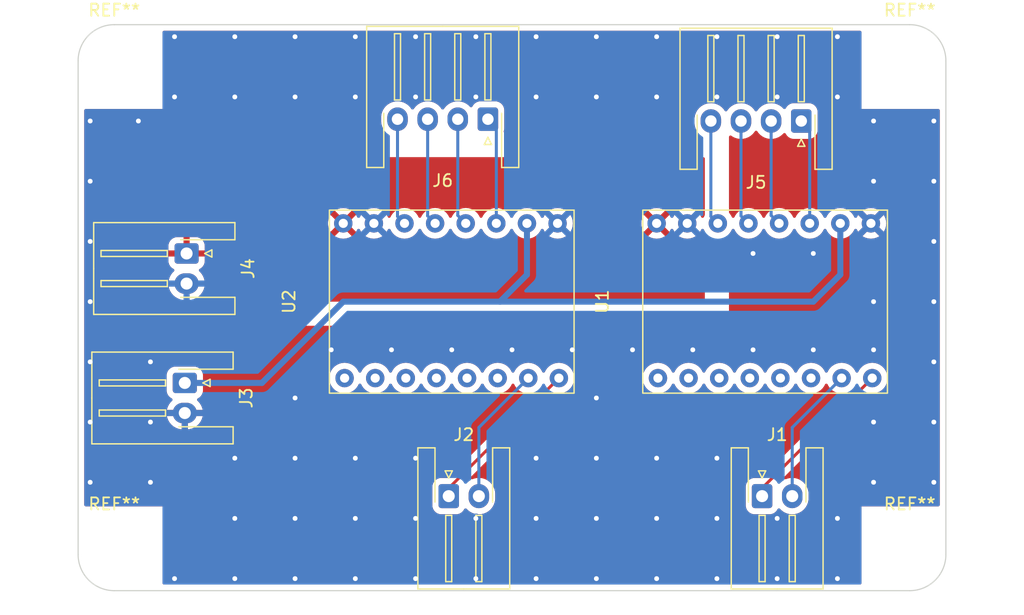
<source format=kicad_pcb>
(kicad_pcb (version 20211014) (generator pcbnew)
  (layers (0 "F.Cu" signal) (31 "B.Cu" signal) (34 "B.Paste" user) (35 "F.Paste" user) (36 "B.SilkS" user "B.Silkscreen") (37 "F.SilkS" user "F.Silkscreen") (38 "B.Mask" user) (39 "F.Mask" user) (44 "Edge.Cuts" user))
  (net 0 "")
  (net 1 "Net-(J1-Pad1)")
  (net 2 "Net-(J1-Pad2)")
  (net 3 "Net-(J2-Pad1)")
  (net 4 "Net-(J2-Pad2)")
  (net 5 "+5V")
  (net 6 "GND")
  (net 7 "+7.5V")
  (net 8 "Net-(J5-Pad1)")
  (net 9 "Net-(J5-Pad2)")
  (net 10 "Net-(J5-Pad3)")
  (net 11 "Net-(J5-Pad4)")
  (net 12 "Net-(J6-Pad1)")
  (net 13 "Net-(J6-Pad2)")
  (net 14 "Net-(J6-Pad3)")
  (net 15 "Net-(J6-Pad4)")
  (footprint "MountingHole:MountingHole_3.2mm_M3" (layer "F.Cu") (at 66 102)
    (fp_text reference "REF**" (at 0 -4.2) (layer "F.SilkS"))
    (fp_text value "MountingHole_3.2mm_M3")
    (pad "" np_thru_hole circle (at 0 0) (size 3.2 3.2) (drill 3.2) (layers *.Cu *.Mask))
  )
  (footprint "MountingHole:MountingHole_3.2mm_M3" (layer "F.Cu") (at 132 102)
    (fp_text reference "REF**" (at 0 -4.2) (layer "F.SilkS"))
    (fp_text value "MountingHole_3.2mm_M3")
    (pad "" np_thru_hole circle (at 0 0) (size 3.2 3.2) (drill 3.2) (layers *.Cu *.Mask))
  )
  (footprint "CatchRobo2023_OtherSubstrate:STSPIN220" (layer "F.Cu") (at 94 122 90)
    (fp_text reference "U2" (at 0 -13.5 90 unlocked) (layer "F.SilkS"))
    (fp_text value "STSPIN220")
    (fp_rect (start 7.6 10.15) (end -7.6 -10.15) (layer "F.SilkS") (width 0.12) (fill none))
    (pad "1" thru_hole circle (at -6.35 -8.89 90) (size 1.524 1.524) (drill 0.762) (layers *.Cu *.Mask))
    (pad "2" thru_hole circle (at -6.35 -6.35 90) (size 1.524 1.524) (drill 0.762) (layers *.Cu *.Mask))
    (pad "3" thru_hole circle (at -6.35 -3.81 90) (size 1.524 1.524) (drill 0.762) (layers *.Cu *.Mask))
    (pad "4" thru_hole circle (at -6.35 -1.27 90) (size 1.524 1.524) (drill 0.762) (layers *.Cu *.Mask))
    (pad "5" thru_hole circle (at -6.35 1.27 90) (size 1.524 1.524) (drill 0.762) (layers *.Cu *.Mask))
    (pad "6" thru_hole circle (at -6.35 3.81 90) (size 1.524 1.524) (drill 0.762) (layers *.Cu *.Mask))
    (pad "7" thru_hole circle (at -6.35 6.35 90) (size 1.524 1.524) (drill 0.762) (layers *.Cu *.Mask) (net 4 "Net-(J2-Pad2)"))
    (pad "8" thru_hole circle (at -6.35 8.89 90) (size 1.524 1.524) (drill 0.762) (layers *.Cu *.Mask) (net 3 "Net-(J2-Pad1)"))
    (pad "9" thru_hole circle (at 6.5 8.78 90) (size 1.524 1.524) (drill 0.762) (layers *.Cu *.Mask) (net 6 "GND"))
    (pad "10" thru_hole circle (at 6.5 6.24 90) (size 1.524 1.524) (drill 0.762) (layers *.Cu *.Mask) (net 5 "+5V"))
    (pad "11" thru_hole circle (at 6.5 3.7 90) (size 1.524 1.524) (drill 0.762) (layers *.Cu *.Mask) (net 12 "Net-(J6-Pad1)"))
    (pad "12" thru_hole circle (at 6.5 1.16 90) (size 1.524 1.524) (drill 0.762) (layers *.Cu *.Mask) (net 13 "Net-(J6-Pad2)"))
    (pad "13" thru_hole circle (at 6.5 -1.38 90) (size 1.524 1.524) (drill 0.762) (layers *.Cu *.Mask) (net 14 "Net-(J6-Pad3)"))
    (pad "14" thru_hole circle (at 6.5 -3.92 90) (size 1.524 1.524) (drill 0.762) (layers *.Cu *.Mask) (net 15 "Net-(J6-Pad4)"))
    (pad "15" thru_hole circle (at 6.5 -6.46 90) (size 1.524 1.524) (drill 0.762) (layers *.Cu *.Mask) (net 6 "GND"))
    (pad "16" thru_hole circle (at 6.5 -9 90) (size 1.524 1.524) (drill 0.762) (layers *.Cu *.Mask) (net 7 "+7.5V"))
  )
  (footprint "Connector_JST:JST_XH_S4B-XH-A-1_1x04_P2.50mm_Horizontal" (layer "F.Cu") (at 123 107 180)
    (fp_text reference "J5" (at 3.75 -5.1) (layer "F.SilkS"))
    (fp_text value "Conn_01x04_Male")
    (fp_line (start 0.25 7.1) (end 0.25 1.6) (layer "F.SilkS") (width 0.12))
    (fp_line (start 3.75 7.71) (end 10.06 7.71) (layer "F.SilkS") (width 0.12))
    (fp_line (start 8.64 -4.01) (end 8.64 0.49) (layer "F.SilkS") (width 0.12))
    (fp_line (start 10.06 -4.01) (end 8.64 -4.01) (layer "F.SilkS") (width 0.12))
    (fp_line (start 2.75 7.1) (end 2.75 1.6) (layer "F.SilkS") (width 0.12))
    (fp_line (start 4.75 7.1) (end 5.25 7.1) (layer "F.SilkS") (width 0.12))
    (fp_line (start 2.25 1.6) (end 2.25 7.1) (layer "F.SilkS") (width 0.12))
    (fp_line (start 5.25 1.6) (end 4.75 1.6) (layer "F.SilkS") (width 0.12))
    (fp_line (start 2.75 1.6) (end 2.25 1.6) (layer "F.SilkS") (width 0.12))
    (fp_line (start -0.25 7.1) (end 0.25 7.1) (layer "F.SilkS") (width 0.12))
    (fp_line (start 0 -1.5) (end -0.3 -2.1) (layer "F.SilkS") (width 0.12))
    (fp_line (start 0.3 -2.1) (end 0 -1.5) (layer "F.SilkS") (width 0.12))
    (fp_line (start 7.25 1.6) (end 7.25 7.1) (layer "F.SilkS") (width 0.12))
    (fp_line (start -2.56 7.71) (end -2.56 -4.01) (layer "F.SilkS") (width 0.12))
    (fp_line (start -1.14 -4.01) (end -1.14 0.49) (layer "F.SilkS") (width 0.12))
    (fp_line (start 4.75 1.6) (end 4.75 7.1) (layer "F.SilkS") (width 0.12))
    (fp_line (start 2.25 7.1) (end 2.75 7.1) (layer "F.SilkS") (width 0.12))
    (fp_line (start 10.06 7.71) (end 10.06 -4.01) (layer "F.SilkS") (width 0.12))
    (fp_line (start 7.25 7.1) (end 7.75 7.1) (layer "F.SilkS") (width 0.12))
    (fp_line (start -0.25 1.6) (end -0.25 7.1) (layer "F.SilkS") (width 0.12))
    (fp_line (start 7.75 7.1) (end 7.75 1.6) (layer "F.SilkS") (width 0.12))
    (fp_line (start 0.25 1.6) (end -0.25 1.6) (layer "F.SilkS") (width 0.12))
    (fp_line (start -2.56 -4.01) (end -1.14 -4.01) (layer "F.SilkS") (width 0.12))
    (fp_line (start -0.3 -2.1) (end 0.3 -2.1) (layer "F.SilkS") (width 0.12))
    (fp_line (start 7.75 1.6) (end 7.25 1.6) (layer "F.SilkS") (width 0.12))
    (fp_line (start 3.75 7.71) (end -2.56 7.71) (layer "F.SilkS") (width 0.12))
    (fp_line (start 5.25 7.1) (end 5.25 1.6) (layer "F.SilkS") (width 0.12))
    (pad "1" thru_hole roundrect (at 0 0 180) (size 1.7 1.95) (drill 0.95) (layers *.Cu *.Mask) (roundrect_rratio 0.1470588235) (net 8 "Net-(J5-Pad1)"))
    (pad "2" thru_hole oval (at 2.5 0 180) (size 1.7 1.95) (drill 0.95) (layers *.Cu *.Mask) (net 9 "Net-(J5-Pad2)"))
    (pad "3" thru_hole oval (at 5 0 180) (size 1.7 1.95) (drill 0.95) (layers *.Cu *.Mask) (net 10 "Net-(J5-Pad3)"))
    (pad "4" thru_hole oval (at 7.5 0 180) (size 1.7 1.95) (drill 0.95) (layers *.Cu *.Mask) (net 11 "Net-(J5-Pad4)"))
  )
  (footprint "MountingHole:MountingHole_3.2mm_M3" (layer "F.Cu") (at 132 143)
    (fp_text reference "REF**" (at 0 -4.2) (layer "F.SilkS"))
    (fp_text value "MountingHole_3.2mm_M3")
    (pad "" np_thru_hole circle (at 0 0) (size 3.2 3.2) (drill 3.2) (layers *.Cu *.Mask))
  )
  (footprint "Connector_JST:JST_XH_S4B-XH-A-1_1x04_P2.50mm_Horizontal" (layer "F.Cu") (at 97 106.85 180)
    (fp_text reference "J6" (at 3.75 -5.1) (layer "F.SilkS"))
    (fp_text value "Conn_01x04_Male")
    (fp_line (start 5.25 7.1) (end 5.25 1.6) (layer "F.SilkS") (width 0.12))
    (fp_line (start 7.75 1.6) (end 7.25 1.6) (layer "F.SilkS") (width 0.12))
    (fp_line (start -1.14 -4.01) (end -1.14 0.49) (layer "F.SilkS") (width 0.12))
    (fp_line (start -2.56 7.71) (end -2.56 -4.01) (layer "F.SilkS") (width 0.12))
    (fp_line (start -0.25 1.6) (end -0.25 7.1) (layer "F.SilkS") (width 0.12))
    (fp_line (start 7.25 7.1) (end 7.75 7.1) (layer "F.SilkS") (width 0.12))
    (fp_line (start 10.06 7.71) (end 10.06 -4.01) (layer "F.SilkS") (width 0.12))
    (fp_line (start 4.75 1.6) (end 4.75 7.1) (layer "F.SilkS") (width 0.12))
    (fp_line (start -2.56 -4.01) (end -1.14 -4.01) (layer "F.SilkS") (width 0.12))
    (fp_line (start 2.25 7.1) (end 2.75 7.1) (layer "F.SilkS") (width 0.12))
    (fp_line (start 5.25 1.6) (end 4.75 1.6) (layer "F.SilkS") (width 0.12))
    (fp_line (start 0.25 1.6) (end -0.25 1.6) (layer "F.SilkS") (width 0.12))
    (fp_line (start 8.64 -4.01) (end 8.64 0.49) (layer "F.SilkS") (width 0.12))
    (fp_line (start 10.06 -4.01) (end 8.64 -4.01) (layer "F.SilkS") (width 0.12))
    (fp_line (start 0 -1.5) (end -0.3 -2.1) (layer "F.SilkS") (width 0.12))
    (fp_line (start 3.75 7.71) (end 10.06 7.71) (layer "F.SilkS") (width 0.12))
    (fp_line (start 4.75 7.1) (end 5.25 7.1) (layer "F.SilkS") (width 0.12))
    (fp_line (start 2.75 7.1) (end 2.75 1.6) (layer "F.SilkS") (width 0.12))
    (fp_line (start 0.25 7.1) (end 0.25 1.6) (layer "F.SilkS") (width 0.12))
    (fp_line (start -0.3 -2.1) (end 0.3 -2.1) (layer "F.SilkS") (width 0.12))
    (fp_line (start 2.75 1.6) (end 2.25 1.6) (layer "F.SilkS") (width 0.12))
    (fp_line (start -0.25 7.1) (end 0.25 7.1) (layer "F.SilkS") (width 0.12))
    (fp_line (start 7.75 7.1) (end 7.75 1.6) (layer "F.SilkS") (width 0.12))
    (fp_line (start 3.75 7.71) (end -2.56 7.71) (layer "F.SilkS") (width 0.12))
    (fp_line (start 2.25 1.6) (end 2.25 7.1) (layer "F.SilkS") (width 0.12))
    (fp_line (start 0.3 -2.1) (end 0 -1.5) (layer "F.SilkS") (width 0.12))
    (fp_line (start 7.25 1.6) (end 7.25 7.1) (layer "F.SilkS") (width 0.12))
    (pad "1" thru_hole roundrect (at 0 0 180) (size 1.7 1.95) (drill 0.95) (layers *.Cu *.Mask) (roundrect_rratio 0.1470588235) (net 12 "Net-(J6-Pad1)"))
    (pad "2" thru_hole oval (at 2.5 0 180) (size 1.7 1.95) (drill 0.95) (layers *.Cu *.Mask) (net 13 "Net-(J6-Pad2)"))
    (pad "3" thru_hole oval (at 5 0 180) (size 1.7 1.95) (drill 0.95) (layers *.Cu *.Mask) (net 14 "Net-(J6-Pad3)"))
    (pad "4" thru_hole oval (at 7.5 0 180) (size 1.7 1.95) (drill 0.95) (layers *.Cu *.Mask) (net 15 "Net-(J6-Pad4)"))
  )
  (footprint "MountingHole:MountingHole_3.2mm_M3" (layer "F.Cu") (at 66 143)
    (fp_text reference "REF**" (at 0 -4.2) (layer "F.SilkS"))
    (fp_text value "MountingHole_3.2mm_M3")
    (pad "" np_thru_hole circle (at 0 0) (size 3.2 3.2) (drill 3.2) (layers *.Cu *.Mask))
  )
  (footprint "Connector_JST:JST_XH_S2B-XH-A-1_1x02_P2.50mm_Horizontal" (layer "F.Cu") (at 72 118 -90)
    (fp_text reference "J4" (at 1.25 -5.1 90) (layer "F.SilkS"))
    (fp_text value "Conn_01x02_Male")
    (fp_line (start 2.25 1.6) (end 2.25 7.1) (layer "F.SilkS") (width 0.12))
    (fp_line (start -1.14 -4.01) (end -1.14 0.49) (layer "F.SilkS") (width 0.12))
    (fp_line (start 5.06 -4.01) (end 3.64 -4.01) (layer "F.SilkS") (width 0.12))
    (fp_line (start -2.56 7.71) (end -2.56 -4.01) (layer "F.SilkS") (width 0.12))
    (fp_line (start 5.06 7.71) (end 5.06 -4.01) (layer "F.SilkS") (width 0.12))
    (fp_line (start -2.56 -4.01) (end -1.14 -4.01) (layer "F.SilkS") (width 0.12))
    (fp_line (start -0.3 -2.1) (end 0.3 -2.1) (layer "F.SilkS") (width 0.12))
    (fp_line (start 2.25 7.1) (end 2.75 7.1) (layer "F.SilkS") (width 0.12))
    (fp_line (start -0.25 1.6) (end -0.25 7.1) (layer "F.SilkS") (width 0.12))
    (fp_line (start 0.25 7.1) (end 0.25 1.6) (layer "F.SilkS") (width 0.12))
    (fp_line (start 0.25 1.6) (end -0.25 1.6) (layer "F.SilkS") (width 0.12))
    (fp_line (start 1.25 7.71) (end 5.06 7.71) (layer "F.SilkS") (width 0.12))
    (fp_line (start -0.25 7.1) (end 0.25 7.1) (layer "F.SilkS") (width 0.12))
    (fp_line (start 0 -1.5) (end -0.3 -2.1) (layer "F.SilkS") (width 0.12))
    (fp_line (start 2.75 1.6) (end 2.25 1.6) (layer "F.SilkS") (width 0.12))
    (fp_line (start 0.3 -2.1) (end 0 -1.5) (layer "F.SilkS") (width 0.12))
    (fp_line (start 3.64 -4.01) (end 3.64 0.49) (layer "F.SilkS") (width 0.12))
    (fp_line (start 1.25 7.71) (end -2.56 7.71) (layer "F.SilkS") (width 0.12))
    (fp_line (start 2.75 7.1) (end 2.75 1.6) (layer "F.SilkS") (width 0.12))
    (pad "1" thru_hole roundrect (at 0 0 270) (size 1.7 2) (drill 1) (layers *.Cu *.Mask) (roundrect_rratio 0.1470588235) (net 7 "+7.5V"))
    (pad "2" thru_hole oval (at 2.5 0 270) (size 1.7 2) (drill 1) (layers *.Cu *.Mask) (net 6 "GND"))
  )
  (footprint "CatchRobo2023_OtherSubstrate:STSPIN220" (layer "F.Cu") (at 120 122 90)
    (fp_text reference "U1" (at 0 -13.5 90 unlocked) (layer "F.SilkS"))
    (fp_text value "STSPIN220")
    (fp_rect (start 7.6 10.15) (end -7.6 -10.15) (layer "F.SilkS") (width 0.12) (fill none))
    (pad "1" thru_hole circle (at -6.35 -8.89 90) (size 1.524 1.524) (drill 0.762) (layers *.Cu *.Mask))
    (pad "2" thru_hole circle (at -6.35 -6.35 90) (size 1.524 1.524) (drill 0.762) (layers *.Cu *.Mask))
    (pad "3" thru_hole circle (at -6.35 -3.81 90) (size 1.524 1.524) (drill 0.762) (layers *.Cu *.Mask))
    (pad "4" thru_hole circle (at -6.35 -1.27 90) (size 1.524 1.524) (drill 0.762) (layers *.Cu *.Mask))
    (pad "5" thru_hole circle (at -6.35 1.27 90) (size 1.524 1.524) (drill 0.762) (layers *.Cu *.Mask))
    (pad "6" thru_hole circle (at -6.35 3.81 90) (size 1.524 1.524) (drill 0.762) (layers *.Cu *.Mask))
    (pad "7" thru_hole circle (at -6.35 6.35 90) (size 1.524 1.524) (drill 0.762) (layers *.Cu *.Mask) (net 2 "Net-(J1-Pad2)"))
    (pad "8" thru_hole circle (at -6.35 8.89 90) (size 1.524 1.524) (drill 0.762) (layers *.Cu *.Mask) (net 1 "Net-(J1-Pad1)"))
    (pad "9" thru_hole circle (at 6.5 8.78 90) (size 1.524 1.524) (drill 0.762) (layers *.Cu *.Mask) (net 6 "GND"))
    (pad "10" thru_hole circle (at 6.5 6.24 90) (size 1.524 1.524) (drill 0.762) (layers *.Cu *.Mask) (net 5 "+5V"))
    (pad "11" thru_hole circle (at 6.5 3.7 90) (size 1.524 1.524) (drill 0.762) (layers *.Cu *.Mask) (net 8 "Net-(J5-Pad1)"))
    (pad "12" thru_hole circle (at 6.5 1.16 90) (size 1.524 1.524) (drill 0.762) (layers *.Cu *.Mask) (net 9 "Net-(J5-Pad2)"))
    (pad "13" thru_hole circle (at 6.5 -1.38 90) (size 1.524 1.524) (drill 0.762) (layers *.Cu *.Mask) (net 10 "Net-(J5-Pad3)"))
    (pad "14" thru_hole circle (at 6.5 -3.92 90) (size 1.524 1.524) (drill 0.762) (layers *.Cu *.Mask) (net 11 "Net-(J5-Pad4)"))
    (pad "15" thru_hole circle (at 6.5 -6.46 90) (size 1.524 1.524) (drill 0.762) (layers *.Cu *.Mask) (net 6 "GND"))
    (pad "16" thru_hole circle (at 6.5 -9 90) (size 1.524 1.524) (drill 0.762) (layers *.Cu *.Mask) (net 7 "+7.5V"))
  )
  (footprint "Connector_JST:JST_XH_S2B-XH-A-1_1x02_P2.50mm_Horizontal" (layer "F.Cu") (at 71.85 128.75 -90)
    (fp_text reference "J3" (at 1.25 -5.1 90) (layer "F.SilkS"))
    (fp_text value "Conn_01x02_Male")
    (fp_line (start 0.25 1.6) (end -0.25 1.6) (layer "F.SilkS") (width 0.12))
    (fp_line (start 0.25 7.1) (end 0.25 1.6) (layer "F.SilkS") (width 0.12))
    (fp_line (start 2.75 7.1) (end 2.75 1.6) (layer "F.SilkS") (width 0.12))
    (fp_line (start 5.06 7.71) (end 5.06 -4.01) (layer "F.SilkS") (width 0.12))
    (fp_line (start 1.25 7.71) (end 5.06 7.71) (layer "F.SilkS") (width 0.12))
    (fp_line (start -1.14 -4.01) (end -1.14 0.49) (layer "F.SilkS") (width 0.12))
    (fp_line (start 2.25 7.1) (end 2.75 7.1) (layer "F.SilkS") (width 0.12))
    (fp_line (start -0.25 7.1) (end 0.25 7.1) (layer "F.SilkS") (width 0.12))
    (fp_line (start -0.25 1.6) (end -0.25 7.1) (layer "F.SilkS") (width 0.12))
    (fp_line (start -2.56 -4.01) (end -1.14 -4.01) (layer "F.SilkS") (width 0.12))
    (fp_line (start 3.64 -4.01) (end 3.64 0.49) (layer "F.SilkS") (width 0.12))
    (fp_line (start 1.25 7.71) (end -2.56 7.71) (layer "F.SilkS") (width 0.12))
    (fp_line (start 5.06 -4.01) (end 3.64 -4.01) (layer "F.SilkS") (width 0.12))
    (fp_line (start -0.3 -2.1) (end 0.3 -2.1) (layer "F.SilkS") (width 0.12))
    (fp_line (start 0.3 -2.1) (end 0 -1.5) (layer "F.SilkS") (width 0.12))
    (fp_line (start 2.75 1.6) (end 2.25 1.6) (layer "F.SilkS") (width 0.12))
    (fp_line (start 0 -1.5) (end -0.3 -2.1) (layer "F.SilkS") (width 0.12))
    (fp_line (start 2.25 1.6) (end 2.25 7.1) (layer "F.SilkS") (width 0.12))
    (fp_line (start -2.56 7.71) (end -2.56 -4.01) (layer "F.SilkS") (width 0.12))
    (pad "1" thru_hole roundrect (at 0 0 270) (size 1.7 2) (drill 1) (layers *.Cu *.Mask) (roundrect_rratio 0.1470588235) (net 5 "+5V"))
    (pad "2" thru_hole oval (at 2.5 0 270) (size 1.7 2) (drill 1) (layers *.Cu *.Mask) (net 6 "GND"))
  )
  (footprint "Connector_JST:JST_XH_S2B-XH-A-1_1x02_P2.50mm_Horizontal" (layer "F.Cu") (at 119.75 138.15)
    (fp_text reference "J1" (at 1.25 -5.1) (layer "F.SilkS"))
    (fp_text value "Conn_01x02_Male")
    (fp_line (start 2.75 7.1) (end 2.75 1.6) (layer "F.SilkS") (width 0.12))
    (fp_line (start 0 -1.5) (end -0.3 -2.1) (layer "F.SilkS") (width 0.12))
    (fp_line (start 2.25 1.6) (end 2.25 7.1) (layer "F.SilkS") (width 0.12))
    (fp_line (start 2.75 1.6) (end 2.25 1.6) (layer "F.SilkS") (width 0.12))
    (fp_line (start -2.56 7.71) (end -2.56 -4.01) (layer "F.SilkS") (width 0.12))
    (fp_line (start -0.25 7.1) (end 0.25 7.1) (layer "F.SilkS") (width 0.12))
    (fp_line (start 0.25 7.1) (end 0.25 1.6) (layer "F.SilkS") (width 0.12))
    (fp_line (start -1.14 -4.01) (end -1.14 0.49) (layer "F.SilkS") (width 0.12))
    (fp_line (start -0.3 -2.1) (end 0.3 -2.1) (layer "F.SilkS") (width 0.12))
    (fp_line (start -0.25 1.6) (end -0.25 7.1) (layer "F.SilkS") (width 0.12))
    (fp_line (start 0.3 -2.1) (end 0 -1.5) (layer "F.SilkS") (width 0.12))
    (fp_line (start -2.56 -4.01) (end -1.14 -4.01) (layer "F.SilkS") (width 0.12))
    (fp_line (start 5.06 7.71) (end 5.06 -4.01) (layer "F.SilkS") (width 0.12))
    (fp_line (start 1.25 7.71) (end 5.06 7.71) (layer "F.SilkS") (width 0.12))
    (fp_line (start 2.25 7.1) (end 2.75 7.1) (layer "F.SilkS") (width 0.12))
    (fp_line (start 1.25 7.71) (end -2.56 7.71) (layer "F.SilkS") (width 0.12))
    (fp_line (start 0.25 1.6) (end -0.25 1.6) (layer "F.SilkS") (width 0.12))
    (fp_line (start 3.64 -4.01) (end 3.64 0.49) (layer "F.SilkS") (width 0.12))
    (fp_line (start 5.06 -4.01) (end 3.64 -4.01) (layer "F.SilkS") (width 0.12))
    (pad "1" thru_hole roundrect (at 0 0) (size 1.7 2) (drill 1) (layers *.Cu *.Mask) (roundrect_rratio 0.1470588235) (net 1 "Net-(J1-Pad1)"))
    (pad "2" thru_hole oval (at 2.5 0) (size 1.7 2) (drill 1) (layers *.Cu *.Mask) (net 2 "Net-(J1-Pad2)"))
  )
  (footprint "Connector_JST:JST_XH_S2B-XH-A-1_1x02_P2.50mm_Horizontal" (layer "F.Cu") (at 93.75 138.15)
    (fp_text reference "J2" (at 1.25 -5.1) (layer "F.SilkS"))
    (fp_text value "Conn_01x02_Male")
    (fp_line (start 0.3 -2.1) (end 0 -1.5) (layer "F.SilkS") (width 0.12))
    (fp_line (start 2.75 1.6) (end 2.25 1.6) (layer "F.SilkS") (width 0.12))
    (fp_line (start 5.06 -4.01) (end 3.64 -4.01) (layer "F.SilkS") (width 0.12))
    (fp_line (start -2.56 -4.01) (end -1.14 -4.01) (layer "F.SilkS") (width 0.12))
    (fp_line (start 0.25 7.1) (end 0.25 1.6) (layer "F.SilkS") (width 0.12))
    (fp_line (start -0.3 -2.1) (end 0.3 -2.1) (layer "F.SilkS") (width 0.12))
    (fp_line (start 1.25 7.71) (end -2.56 7.71) (layer "F.SilkS") (width 0.12))
    (fp_line (start 1.25 7.71) (end 5.06 7.71) (layer "F.SilkS") (width 0.12))
    (fp_line (start 2.25 1.6) (end 2.25 7.1) (layer "F.SilkS") (width 0.12))
    (fp_line (start 2.75 7.1) (end 2.75 1.6) (layer "F.SilkS") (width 0.12))
    (fp_line (start -0.25 1.6) (end -0.25 7.1) (layer "F.SilkS") (width 0.12))
    (fp_line (start -0.25 7.1) (end 0.25 7.1) (layer "F.SilkS") (width 0.12))
    (fp_line (start -1.14 -4.01) (end -1.14 0.49) (layer "F.SilkS") (width 0.12))
    (fp_line (start -2.56 7.71) (end -2.56 -4.01) (layer "F.SilkS") (width 0.12))
    (fp_line (start 3.64 -4.01) (end 3.64 0.49) (layer "F.SilkS") (width 0.12))
    (fp_line (start 0 -1.5) (end -0.3 -2.1) (layer "F.SilkS") (width 0.12))
    (fp_line (start 5.06 7.71) (end 5.06 -4.01) (layer "F.SilkS") (width 0.12))
    (fp_line (start 2.25 7.1) (end 2.75 7.1) (layer "F.SilkS") (width 0.12))
    (fp_line (start 0.25 1.6) (end -0.25 1.6) (layer "F.SilkS") (width 0.12))
    (pad "1" thru_hole roundrect (at 0 0) (size 1.7 2) (drill 1) (layers *.Cu *.Mask) (roundrect_rratio 0.1470588235) (net 3 "Net-(J2-Pad1)"))
    (pad "2" thru_hole oval (at 2.5 0) (size 1.7 2) (drill 1) (layers *.Cu *.Mask) (net 4 "Net-(J2-Pad2)"))
  )
  (gr_arc (start 132 99) (mid 134.12132 99.87868) (end 135 102) (layer "Edge.Cuts") (width 0.1))
  (gr_line (start 66 146) (end 132 146) (layer "Edge.Cuts") (width 0.1))
  (gr_line (start 132 99) (end 66 99) (layer "Edge.Cuts") (width 0.1))
  (gr_arc (start 66 146) (mid 63.87868 145.12132) (end 63 143) (layer "Edge.Cuts") (width 0.1))
  (gr_line (start 63 102) (end 63 143) (layer "Edge.Cuts") (width 0.1))
  (gr_arc (start 63 102) (mid 63.87868 99.87868) (end 66 99) (layer "Edge.Cuts") (width 0.1))
  (gr_line (start 135 143) (end 135 102) (layer "Edge.Cuts") (width 0.1))
  (gr_arc (start 135 143) (mid 134.12132 145.12132) (end 132 146) (layer "Edge.Cuts") (width 0.1))
  (segment (start 119.75 138.15) (end 119.75 137.49) (width 0.25) (layer "F.Cu") (net 1))
  (segment (start 119.75 137.49) (end 128.89 128.35) (width 0.25) (layer "F.Cu") (net 1))
  (segment (start 122.25 138.15) (end 122.25 132.45) (width 0.25) (layer "B.Cu") (net 2))
  (segment (start 122.25 132.45) (end 126.35 128.35) (width 0.25) (layer "B.Cu") (net 2))
  (segment (start 93.75 138.15) (end 93.75 137.49) (width 0.25) (layer "F.Cu") (net 3))
  (segment (start 93.75 137.49) (end 102.89 128.35) (width 0.25) (layer "F.Cu") (net 3))
  (segment (start 96.25 132.45) (end 100.35 128.35) (width 0.25) (layer "B.Cu") (net 4))
  (segment (start 96.25 138.15) (end 96.25 132.45) (width 0.25) (layer "B.Cu") (net 4))
  (segment (start 71.85 128.75) (end 78.25 128.75) (width 0.5) (layer "B.Cu") (net 5))
  (segment (start 78.25 128.75) (end 85 122) (width 0.5) (layer "B.Cu") (net 5))
  (segment (start 100.24 119.76) (end 100.24 115.5) (width 0.5) (layer "B.Cu") (net 5))
  (segment (start 98 122) (end 124 122) (width 0.5) (layer "B.Cu") (net 5))
  (segment (start 126.24 119.76) (end 126.24 115.5) (width 0.5) (layer "B.Cu") (net 5))
  (segment (start 85 122) (end 98 122) (width 0.5) (layer "B.Cu") (net 5))
  (segment (start 98 122) (end 100.24 119.76) (width 0.5) (layer "B.Cu") (net 5))
  (segment (start 124 122) (end 126.24 119.76) (width 0.5) (layer "B.Cu") (net 5))
  (via (at 134 137) (size 0.8) (drill 0.4) (layers "F.Cu" "B.Cu") (net 6))
  (via (at 94 126) (size 0.8) (drill 0.4) (layers "F.Cu" "B.Cu") (net 6))
  (via (at 68 107) (size 0.8) (drill 0.4) (layers "F.Cu" "B.Cu") (net 6))
  (via (at 106 145) (size 0.8) (drill 0.4) (layers "F.Cu" "B.Cu") (net 6))
  (via (at 84 126) (size 0.8) (drill 0.4) (layers "F.Cu" "B.Cu") (net 6))
  (via (at 124 126) (size 0.8) (drill 0.4) (layers "F.Cu" "B.Cu") (net 6))
  (via (at 134 132) (size 0.8) (drill 0.4) (layers "F.Cu" "B.Cu") (net 6))
  (via (at 104 126) (size 0.8) (drill 0.4) (layers "F.Cu" "B.Cu") (net 6))
  (via (at 116 135) (size 0.8) (drill 0.4) (layers "F.Cu" "B.Cu") (net 6))
  (via (at 126 100) (size 0.8) (drill 0.4) (layers "F.Cu" "B.Cu") (net 6))
  (via (at 81 135) (size 0.8) (drill 0.4) (layers "F.Cu" "B.Cu") (net 6))
  (via (at 86 140) (size 0.8) (drill 0.4) (layers "F.Cu" "B.Cu") (net 6))
  (via (at 91 145) (size 0.8) (drill 0.4) (layers "F.Cu" "B.Cu") (net 6))
  (via (at 111 105) (size 0.8) (drill 0.4) (layers "F.Cu" "B.Cu") (net 6))
  (via (at 119 126) (size 0.8) (drill 0.4) (layers "F.Cu" "B.Cu") (net 6))
  (via (at 129 132) (size 0.8) (drill 0.4) (layers "F.Cu" "B.Cu") (net 6))
  (via (at 129 137) (size 0.8) (drill 0.4) (layers "F.Cu" "B.Cu") (net 6))
  (via (at 101 145) (size 0.8) (drill 0.4) (layers "F.Cu" "B.Cu") (net 6))
  (via (at 121 140) (size 0.8) (drill 0.4) (layers "F.Cu" "B.Cu") (net 6))
  (via (at 99 126) (size 0.8) (drill 0.4) (layers "F.Cu" "B.Cu") (net 6))
  (via (at 111 100) (size 0.8) (drill 0.4) (layers "F.Cu" "B.Cu") (net 6))
  (via (at 64 127) (size 0.8) (drill 0.4) (layers "F.Cu" "B.Cu") (net 6))
  (via (at 101 105) (size 0.8) (drill 0.4) (layers "F.Cu" "B.Cu") (net 6))
  (via (at 129 112) (size 0.8) (drill 0.4) (layers "F.Cu" "B.Cu") (net 6))
  (via (at 89 126) (size 0.8) (drill 0.4) (layers "F.Cu" "B.Cu") (net 6))
  (via (at 129 122) (size 0.8) (drill 0.4) (layers "F.Cu" "B.Cu") (net 6))
  (via (at 134 122) (size 0.8) (drill 0.4) (layers "F.Cu" "B.Cu") (net 6))
  (via (at 76 145) (size 0.8) (drill 0.4) (layers "F.Cu" "B.Cu") (net 6))
  (via (at 106 105) (size 0.8) (drill 0.4) (layers "F.Cu" "B.Cu") (net 6))
  (via (at 64 132) (size 0.8) (drill 0.4) (layers "F.Cu" "B.Cu") (net 6))
  (via (at 86 145) (size 0.8) (drill 0.4) (layers "F.Cu" "B.Cu") (net 6))
  (via (at 116 145) (size 0.8) (drill 0.4) (layers "F.Cu" "B.Cu") (net 6))
  (via (at 126 140) (size 0.8) (drill 0.4) (layers "F.Cu" "B.Cu") (net 6))
  (via (at 81 130) (size 0.8) (drill 0.4) (layers "F.Cu" "B.Cu") (net 6))
  (via (at 64 137) (size 0.8) (drill 0.4) (layers "F.Cu" "B.Cu") (net 6))
  (via (at 134 127) (size 0.8) (drill 0.4) (layers "F.Cu" "B.Cu") (net 6))
  (via (at 69 127) (size 0.8) (drill 0.4) (layers "F.Cu" "B.Cu") (net 6))
  (via (at 91 135) (size 0.8) (drill 0.4) (layers "F.Cu" "B.Cu") (net 6))
  (via (at 121 105) (size 0.8) (drill 0.4) (layers "F.Cu" "B.Cu") (net 6))
  (via (at 126 145) (size 0.8) (drill 0.4) (layers "F.Cu" "B.Cu") (net 6))
  (via (at 86 100) (size 0.8) (drill 0.4) (layers "F.Cu" "B.Cu") (net 6))
  (via (at 69 132) (size 0.8) (drill 0.4) (layers "F.Cu" "B.Cu") (net 6))
  (via (at 109 126) (size 0.8) (drill 0.4) (layers "F.Cu" "B.Cu") (net 6))
  (via (at 116 100) (size 0.8) (drill 0.4) (layers "F.Cu" "B.Cu") (net 6))
  (via (at 101 140) (size 0.8) (drill 0.4) (layers "F.Cu" "B.Cu") (net 6))
  (via (at 134 117) (size 0.8) (drill 0.4) (layers "F.Cu" "B.Cu") (net 6))
  (via (at 81 145) (size 0.8) (drill 0.4) (layers "F.Cu" "B.Cu") (net 6))
  (via (at 76 140) (size 0.8) (drill 0.4) (layers "F.Cu" "B.Cu") (net 6))
  (via (at 129 107) (size 0.8) (drill 0.4) (layers "F.Cu" "B.Cu") (net 6))
  (via (at 76 105) (size 0.8) (drill 0.4) (layers "F.Cu" "B.Cu") (net 6))
  (via (at 111 140) (size 0.8) (drill 0.4) (layers "F.Cu" "B.Cu") (net 6))
  (via (at 116 105) (size 0.8) (drill 0.4) (layers "F.Cu" "B.Cu") (net 6))
  (via (at 129 126) (size 0.8) (drill 0.4) (layers "F.Cu" "B.Cu") (net 6))
  (via (at 96 105) (size 0.8) (drill 0.4) (layers "F.Cu" "B.Cu") (net 6))
  (via (at 91 100) (size 0.8) (drill 0.4) (layers "F.Cu" "B.Cu") (net 6))
  (via (at 81 140) (size 0.8) (drill 0.4) (layers "F.Cu" "B.Cu") (net 6))
  (via (at 86 105) (size 0.8) (drill 0.4) (layers "F.Cu" "B.Cu") (net 6))
  (via (at 119 118) (size 0.8) (drill 0.4) (layers "F.Cu" "B.Cu") (net 6))
  (via (at 71 105) (size 0.8) (drill 0.4) (layers "F.Cu" "B.Cu") (net 6))
  (via (at 81 100) (size 0.8) (drill 0.4) (layers "F.Cu" "B.Cu") (net 6))
  (via (at 116 140) (size 0.8) (drill 0.4) (layers "F.Cu" "B.Cu") (net 6))
  (via (at 86 135) (size 0.8) (drill 0.4) (layers "F.Cu" "B.Cu") (net 6))
  (via (at 81 105) (size 0.8) (drill 0.4) (layers "F.Cu" "B.Cu") (net 6))
  (via (at 134 107) (size 0.8) (drill 0.4) (layers "F.Cu" "B.Cu") (net 6))
  (via (at 91 140) (size 0.8) (drill 0.4) (layers "F.Cu" "B.Cu") (net 6))
  (via (at 121 100) (size 0.8) (drill 0.4) (layers "F.Cu" "B.Cu") (net 6))
  (via (at 106 140) (size 0.8) (drill 0.4) (layers "F.Cu" "B.Cu") (net 6))
  (via (at 101 135) (size 0.8) (drill 0.4) (layers "F.Cu" "B.Cu") (net 6))
  (via (at 126 105) (size 0.8) (drill 0.4) (layers "F.Cu" "B.Cu") (net 6))
  (via (at 71 100) (size 0.8) (drill 0.4) (layers "F.Cu" "B.Cu") (net 6))
  (via (at 134 112) (size 0.8) (drill 0.4) (layers "F.Cu" "B.Cu") (net 6))
  (via (at 71 145) (size 0.8) (drill 0.4) (layers "F.Cu" "B.Cu") (net 6))
  (via (at 101 100) (size 0.8) (drill 0.4) (layers "F.Cu" "B.Cu") (net 6))
  (via (at 111 135) (size 0.8) (drill 0.4) (layers "F.Cu" "B.Cu") (net 6))
  (via (at 106 130) (size 0.8) (drill 0.4) (layers "F.Cu" "B.Cu") (net 6))
  (via (at 69 137) (size 0.8) (drill 0.4) (layers "F.Cu" "B.Cu") (net 6))
  (via (at 106 135) (size 0.8) (drill 0.4) (layers "F.Cu" "B.Cu") (net 6))
  (via (at 96 100) (size 0.8) (drill 0.4) (layers "F.Cu" "B.Cu") (net 6))
  (via (at 91 105) (size 0.8) (drill 0.4) (layers "F.Cu" "B.Cu") (net 6))
  (via (at 106 100) (size 0.8) (drill 0.4) (layers "F.Cu" "B.Cu") (net 6))
  (via (at 64 107) (size 0.8) (drill 0.4) (layers "F.Cu" "B.Cu") (net 6))
  (via (at 64 117) (size 0.8) (drill 0.4) (layers "F.Cu" "B.Cu") (net 6))
  (via (at 114 126) (size 0.8) (drill 0.4) (layers "F.Cu" "B.Cu") (net 6))
  (via (at 76 100) (size 0.8) (drill 0.4) (layers "F.Cu" "B.Cu") (net 6))
  (via (at 64 112) (size 0.8) (drill 0.4) (layers "F.Cu" "B.Cu") (net 6))
  (via (at 96 140) (size 0.8) (drill 0.4) (layers "F.Cu" "B.Cu") (net 6))
  (via (at 111 145) (size 0.8) (drill 0.4) (layers "F.Cu" "B.Cu") (net 6))
  (via (at 76 135) (size 0.8) (drill 0.4) (layers "F.Cu" "B.Cu") (net 6))
  (via (at 96 145) (size 0.8) (drill 0.4) (layers "F.Cu" "B.Cu") (net 6))
  (via (at 121 145) (size 0.8) (drill 0.4) (layers "F.Cu" "B.Cu") (net 6))
  (via (at 124 118) (size 0.8) (drill 0.4) (layers "F.Cu" "B.Cu") (net 6))
  (via (at 64 122) (size 0.8) (drill 0.4) (layers "F.Cu" "B.Cu") (net 6))
  (segment (start 123 107) (end 123.7 107.7) (width 0.25) (layer "B.Cu") (net 8))
  (segment (start 123.7 107.7) (end 123.7 115.5) (width 0.25) (layer "B.Cu") (net 8))
  (segment (start 120.5 107) (end 120.5 114.84) (width 0.25) (layer "B.Cu") (net 9))
  (segment (start 120.5 114.84) (end 121.16 115.5) (width 0.25) (layer "B.Cu") (net 9))
  (segment (start 118 114.88) (end 118.62 115.5) (width 0.25) (layer "B.Cu") (net 10))
  (segment (start 118 107) (end 118 114.88) (width 0.25) (layer "B.Cu") (net 10))
  (segment (start 115.5 114.92) (end 116.08 115.5) (width 0.25) (layer "B.Cu") (net 11))
  (segment (start 115.5 107) (end 115.5 114.92) (width 0.25) (layer "B.Cu") (net 11))
  (segment (start 97.7 107.55) (end 97.7 115.5) (width 0.25) (layer "B.Cu") (net 12))
  (segment (start 97 106.85) (end 97.7 107.55) (width 0.25) (layer "B.Cu") (net 12))
  (segment (start 94.5 106.85) (end 94.5 114.84) (width 0.25) (layer "B.Cu") (net 13))
  (segment (start 94.5 114.84) (end 95.16 115.5) (width 0.25) (layer "B.Cu") (net 13))
  (segment (start 92 114.88) (end 92.62 115.5) (width 0.25) (layer "B.Cu") (net 14))
  (segment (start 92 106.85) (end 92 114.88) (width 0.25) (layer "B.Cu") (net 14))
  (segment (start 89.5 106.85) (end 89.5 114.92) (width 0.25) (layer "B.Cu") (net 15))
  (segment (start 89.5 114.92) (end 90.08 115.5) (width 0.25) (layer "B.Cu") (net 15))
  (zone (net 7) (net_name "+7.5V") (layer "F.Cu") (connect_pads (clearance 0.508)) (min_thickness 0.254) (fill yes (thermal_gap 0.508) (thermal_bridge_width 0.508))
    (polygon (pts (xy 115 122) (xy 69 122) (xy 69 110) (xy 115 110)))
  )
  (zone (net 6) (net_name "GND") (layer "F.Cu") (connect_pads (clearance 0.508)) (min_thickness 0.254) (fill yes (thermal_gap 0.508) (thermal_bridge_width 0.508))
    (polygon (pts (xy 135 106) (xy 135 139) (xy 128 139) (xy 128 146) (xy 70 146) (xy 70 139) (xy 63 139) (xy 63 106) (xy 70 106) (xy 70 99) (xy 128 99) (xy 128 106)))
    (polygon (pts (xy 67 108) (xy 67 124) (xy 117 124) (xy 117 108)))
  )
  (zone (net 6) (net_name "GND") (layer "B.Cu") (connect_pads (clearance 0.508)) (min_thickness 0.254) (fill yes (thermal_gap 0.508) (thermal_bridge_width 0.508))
    (polygon (pts (xy 135 106) (xy 135 139) (xy 128 139) (xy 128 146) (xy 70 146) (xy 70 139) (xy 63 139) (xy 63 106) (xy 70 106) (xy 70 99) (xy 128 99) (xy 128 106)))
  )
)
</source>
